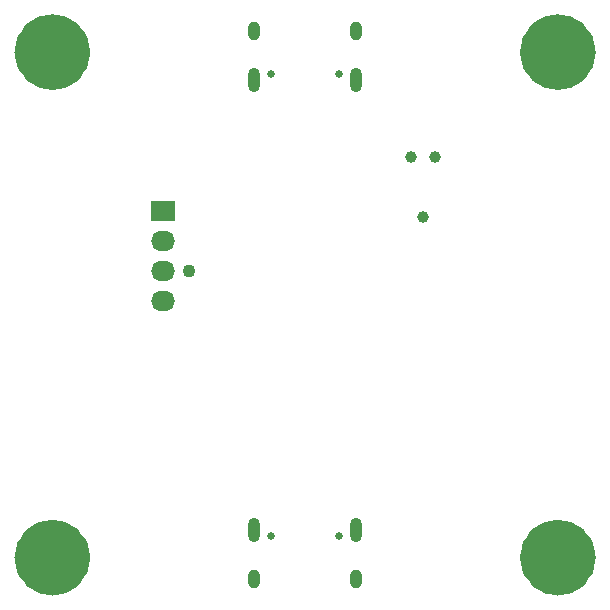
<source format=gbs>
G04 #@! TF.GenerationSoftware,KiCad,Pcbnew,7.0.10*
G04 #@! TF.CreationDate,2024-01-04T17:22:20+01:00*
G04 #@! TF.ProjectId,fosmometer,666f736d-6f6d-4657-9465-722e6b696361,rev?*
G04 #@! TF.SameCoordinates,Original*
G04 #@! TF.FileFunction,Soldermask,Bot*
G04 #@! TF.FilePolarity,Negative*
%FSLAX46Y46*%
G04 Gerber Fmt 4.6, Leading zero omitted, Abs format (unit mm)*
G04 Created by KiCad (PCBNEW 7.0.10) date 2024-01-04 17:22:20*
%MOMM*%
%LPD*%
G01*
G04 APERTURE LIST*
%ADD10C,3.200000*%
%ADD11C,0.650000*%
%ADD12O,1.000000X2.100000*%
%ADD13O,1.000000X1.600000*%
%ADD14C,3.200000*%
%ADD15C,1.100000*%
%ADD16R,2.030000X1.730000*%
%ADD17O,2.030000X1.730000*%
%ADD18C,0.990600*%
G04 APERTURE END LIST*
D10*
X105200000Y-128600000D02*
G75*
G03*
X102000000Y-128600000I-1600000J0D01*
G01*
X102000000Y-128600000D02*
G75*
G03*
X105200000Y-128600000I1600000J0D01*
G01*
X105200000Y-171400000D02*
G75*
G03*
X102000000Y-171400000I-1600000J0D01*
G01*
X102000000Y-171400000D02*
G75*
G03*
X105200000Y-171400000I1600000J0D01*
G01*
X148000000Y-128600000D02*
G75*
G03*
X144800000Y-128600000I-1600000J0D01*
G01*
X144800000Y-128600000D02*
G75*
G03*
X148000000Y-128600000I1600000J0D01*
G01*
X148000000Y-171400000D02*
G75*
G03*
X144800000Y-171400000I-1600000J0D01*
G01*
X144800000Y-171400000D02*
G75*
G03*
X148000000Y-171400000I1600000J0D01*
G01*
D11*
X122110000Y-169550000D03*
X127890000Y-169550000D03*
D12*
X120680000Y-169020000D03*
D13*
X120680000Y-173200000D03*
D12*
X129320000Y-169020000D03*
D13*
X129320000Y-173200000D03*
D14*
X146400000Y-128600000D03*
D11*
X127890000Y-130450000D03*
X122110000Y-130450000D03*
D12*
X129320000Y-130980000D03*
D13*
X129320000Y-126800000D03*
D12*
X120680000Y-130980000D03*
D13*
X120680000Y-126800000D03*
D15*
X115150000Y-147145000D03*
D16*
X112990000Y-142065000D03*
D17*
X112990000Y-144605000D03*
X112990000Y-147145000D03*
X112990000Y-149685000D03*
D14*
X103600000Y-128600000D03*
D18*
X135000000Y-142540000D03*
X133984000Y-137460000D03*
X136016000Y-137460000D03*
D14*
X146400000Y-171400000D03*
X103600000Y-171400000D03*
M02*

</source>
